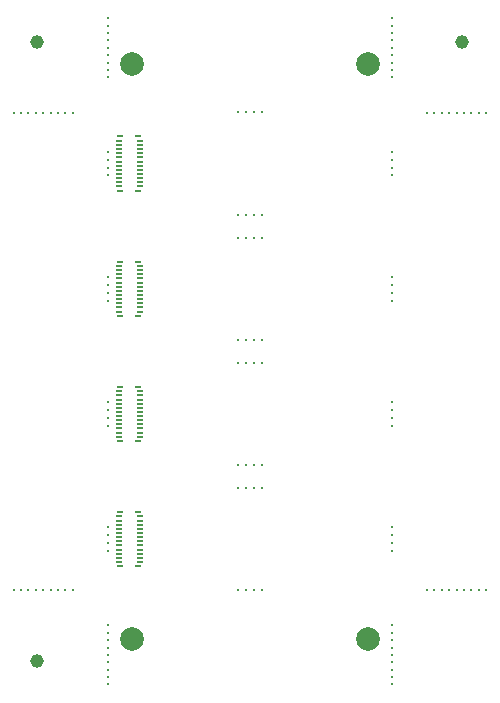
<source format=gbs>
G04 #@! TF.GenerationSoftware,KiCad,Pcbnew,8.0.7*
G04 #@! TF.CreationDate,2025-01-10T19:29:53-05:00*
G04 #@! TF.ProjectId,panel,70616e65-6c2e-46b6-9963-61645f706362,rev?*
G04 #@! TF.SameCoordinates,Original*
G04 #@! TF.FileFunction,Soldermask,Bot*
G04 #@! TF.FilePolarity,Negative*
%FSLAX46Y46*%
G04 Gerber Fmt 4.6, Leading zero omitted, Abs format (unit mm)*
G04 Created by KiCad (PCBNEW 8.0.7) date 2025-01-10 19:29:53*
%MOMM*%
%LPD*%
G01*
G04 APERTURE LIST*
%ADD10C,0.300000*%
%ADD11C,1.152000*%
%ADD12C,2.000000*%
%ADD13R,0.485000X0.180000*%
%ADD14R,0.535000X0.230000*%
G04 APERTURE END LIST*
D10*
G04 #@! TO.C,KiKit_MB_2_2*
X32030000Y-11966667D03*
G04 #@! TD*
G04 #@! TO.C,KiKit_MB_19_9*
X8000000Y-56400000D03*
G04 #@! TD*
G04 #@! TO.C,KiKit_MB_2_1*
X32030000Y-11300000D03*
G04 #@! TD*
G04 #@! TO.C,KiKit_MB_14_4*
X32030000Y-45100000D03*
G04 #@! TD*
G04 #@! TO.C,KiKit_MB_1_4*
X7970000Y-11300000D03*
G04 #@! TD*
G04 #@! TO.C,KiKit_MB_7_4*
X21000000Y-18570000D03*
G04 #@! TD*
G04 #@! TO.C,KiKit_MB_15_3*
X20333333Y-39770000D03*
G04 #@! TD*
G04 #@! TO.C,KiKit_MB_23_4*
X36875000Y-8000000D03*
G04 #@! TD*
G04 #@! TO.C,KiKit_MB_20_4*
X32000000Y-53275000D03*
G04 #@! TD*
G04 #@! TO.C,KiKit_MB_3_2*
X19666667Y-7970000D03*
G04 #@! TD*
G04 #@! TO.C,KiKit_MB_17_4*
X8000000Y-1875000D03*
G04 #@! TD*
G04 #@! TO.C,KiKit_MB_6_4*
X32030000Y-23900000D03*
G04 #@! TD*
G04 #@! TO.C,KiKit_MB_23_1*
X35000000Y-8000000D03*
G04 #@! TD*
G04 #@! TO.C,KiKit_MB_19_7*
X8000000Y-55150000D03*
G04 #@! TD*
G04 #@! TO.C,KiKit_MB_15_2*
X19666667Y-39770000D03*
G04 #@! TD*
G04 #@! TO.C,KiKit_MB_9_2*
X7970000Y-33833333D03*
G04 #@! TD*
G04 #@! TO.C,KiKit_MB_13_3*
X7970000Y-43766666D03*
G04 #@! TD*
D11*
G04 #@! TO.C,KiKit_TO_3*
X2000000Y-54400000D03*
G04 #@! TD*
D10*
G04 #@! TO.C,KiKit_MB_24_5*
X37500000Y-48400000D03*
G04 #@! TD*
G04 #@! TO.C,KiKit_MB_24_3*
X36250000Y-48400000D03*
G04 #@! TD*
G04 #@! TO.C,KiKit_MB_8_1*
X21000000Y-27230000D03*
G04 #@! TD*
G04 #@! TO.C,KiKit_MB_23_6*
X38125000Y-8000000D03*
G04 #@! TD*
G04 #@! TO.C,KiKit_MB_19_1*
X8000000Y-51400000D03*
G04 #@! TD*
G04 #@! TO.C,KiKit_MB_17_2*
X8000000Y-625000D03*
G04 #@! TD*
G04 #@! TO.C,KiKit_MB_17_1*
X8000000Y0D03*
G04 #@! TD*
G04 #@! TO.C,KiKit_MB_21_7*
X3750000Y-8000000D03*
G04 #@! TD*
G04 #@! TO.C,KiKit_MB_22_2*
X625000Y-48400000D03*
G04 #@! TD*
G04 #@! TO.C,KiKit_MB_21_6*
X3125000Y-8000000D03*
G04 #@! TD*
G04 #@! TO.C,KiKit_MB_1_3*
X7970000Y-11966667D03*
G04 #@! TD*
G04 #@! TO.C,KiKit_MB_11_4*
X21000000Y-29170000D03*
G04 #@! TD*
G04 #@! TO.C,KiKit_MB_11_1*
X19000000Y-29170000D03*
G04 #@! TD*
G04 #@! TO.C,KiKit_MB_3_3*
X20333333Y-7970000D03*
G04 #@! TD*
G04 #@! TO.C,KiKit_MB_19_6*
X8000000Y-54525000D03*
G04 #@! TD*
G04 #@! TO.C,KiKit_MB_20_7*
X32000000Y-55150000D03*
G04 #@! TD*
G04 #@! TO.C,KiKit_MB_23_2*
X35625000Y-8000000D03*
G04 #@! TD*
G04 #@! TO.C,KiKit_MB_20_6*
X32000000Y-54525000D03*
G04 #@! TD*
G04 #@! TO.C,KiKit_MB_14_3*
X32030000Y-44433333D03*
G04 #@! TD*
G04 #@! TO.C,KiKit_MB_18_2*
X32000000Y-625000D03*
G04 #@! TD*
G04 #@! TO.C,KiKit_MB_21_5*
X2500000Y-8000000D03*
G04 #@! TD*
G04 #@! TO.C,KiKit_MB_10_2*
X32030000Y-33166666D03*
G04 #@! TD*
G04 #@! TO.C,KiKit_MB_12_3*
X19666667Y-37830000D03*
G04 #@! TD*
G04 #@! TO.C,KiKit_MB_13_2*
X7970000Y-44433333D03*
G04 #@! TD*
G04 #@! TO.C,KiKit_MB_22_3*
X1250000Y-48400000D03*
G04 #@! TD*
G04 #@! TO.C,KiKit_MB_18_5*
X32000000Y-2500000D03*
G04 #@! TD*
G04 #@! TO.C,KiKit_MB_21_2*
X625000Y-8000000D03*
G04 #@! TD*
G04 #@! TO.C,KiKit_MB_19_4*
X8000000Y-53275000D03*
G04 #@! TD*
G04 #@! TO.C,KiKit_MB_4_3*
X19666667Y-16630000D03*
G04 #@! TD*
G04 #@! TO.C,KiKit_MB_22_7*
X3750000Y-48400000D03*
G04 #@! TD*
G04 #@! TO.C,KiKit_MB_22_4*
X1875000Y-48400000D03*
G04 #@! TD*
G04 #@! TO.C,KiKit_MB_17_6*
X8000000Y-3125000D03*
G04 #@! TD*
G04 #@! TO.C,KiKit_MB_24_2*
X35625000Y-48400000D03*
G04 #@! TD*
G04 #@! TO.C,KiKit_MB_24_6*
X38125000Y-48400000D03*
G04 #@! TD*
G04 #@! TO.C,KiKit_MB_19_5*
X8000000Y-53900000D03*
G04 #@! TD*
G04 #@! TO.C,KiKit_MB_1_2*
X7970000Y-12633333D03*
G04 #@! TD*
G04 #@! TO.C,KiKit_MB_13_1*
X7970000Y-45100000D03*
G04 #@! TD*
G04 #@! TO.C,KiKit_MB_16_1*
X21000000Y-48430000D03*
G04 #@! TD*
G04 #@! TO.C,KiKit_MB_24_8*
X39375000Y-48400000D03*
G04 #@! TD*
G04 #@! TO.C,KiKit_MB_10_4*
X32030000Y-34500000D03*
G04 #@! TD*
G04 #@! TO.C,KiKit_MB_14_1*
X32030000Y-43100000D03*
G04 #@! TD*
G04 #@! TO.C,KiKit_MB_15_1*
X19000000Y-39770000D03*
G04 #@! TD*
G04 #@! TO.C,KiKit_MB_1_1*
X7970000Y-13300000D03*
G04 #@! TD*
G04 #@! TO.C,KiKit_MB_7_2*
X19666667Y-18570000D03*
G04 #@! TD*
G04 #@! TO.C,KiKit_MB_10_3*
X32030000Y-33833333D03*
G04 #@! TD*
G04 #@! TO.C,KiKit_MB_12_1*
X21000000Y-37830000D03*
G04 #@! TD*
G04 #@! TO.C,KiKit_MB_4_1*
X21000000Y-16630000D03*
G04 #@! TD*
G04 #@! TO.C,KiKit_MB_17_3*
X8000000Y-1250000D03*
G04 #@! TD*
G04 #@! TO.C,KiKit_MB_9_3*
X7970000Y-33166666D03*
G04 #@! TD*
G04 #@! TO.C,KiKit_MB_24_7*
X38750000Y-48400000D03*
G04 #@! TD*
G04 #@! TO.C,KiKit_MB_22_9*
X5000000Y-48400000D03*
G04 #@! TD*
G04 #@! TO.C,KiKit_MB_23_5*
X37500000Y-8000000D03*
G04 #@! TD*
G04 #@! TO.C,KiKit_MB_20_5*
X32000000Y-53900000D03*
G04 #@! TD*
G04 #@! TO.C,KiKit_MB_13_4*
X7970000Y-43100000D03*
G04 #@! TD*
G04 #@! TO.C,KiKit_MB_22_5*
X2500000Y-48400000D03*
G04 #@! TD*
G04 #@! TO.C,KiKit_MB_8_4*
X19000000Y-27230000D03*
G04 #@! TD*
G04 #@! TO.C,KiKit_MB_23_7*
X38750000Y-8000000D03*
G04 #@! TD*
G04 #@! TO.C,KiKit_MB_17_9*
X8000000Y-5000000D03*
G04 #@! TD*
G04 #@! TO.C,KiKit_MB_24_9*
X40000000Y-48400000D03*
G04 #@! TD*
G04 #@! TO.C,KiKit_MB_11_3*
X20333333Y-29170000D03*
G04 #@! TD*
G04 #@! TO.C,KiKit_MB_23_3*
X36250000Y-8000000D03*
G04 #@! TD*
G04 #@! TO.C,KiKit_MB_18_9*
X32000000Y-5000000D03*
G04 #@! TD*
G04 #@! TO.C,KiKit_MB_5_1*
X7970000Y-23900000D03*
G04 #@! TD*
G04 #@! TO.C,KiKit_MB_6_3*
X32030000Y-23233333D03*
G04 #@! TD*
D11*
G04 #@! TO.C,KiKit_TO_2*
X38000000Y-2000000D03*
G04 #@! TD*
D10*
G04 #@! TO.C,KiKit_MB_21_3*
X1250000Y-8000000D03*
G04 #@! TD*
G04 #@! TO.C,KiKit_MB_20_9*
X32000000Y-56400000D03*
G04 #@! TD*
G04 #@! TO.C,KiKit_MB_18_3*
X32000000Y-1250000D03*
G04 #@! TD*
G04 #@! TO.C,KiKit_MB_17_7*
X8000000Y-3750000D03*
G04 #@! TD*
G04 #@! TO.C,KiKit_MB_3_4*
X21000000Y-7970000D03*
G04 #@! TD*
G04 #@! TO.C,KiKit_MB_4_2*
X20333333Y-16630000D03*
G04 #@! TD*
G04 #@! TO.C,KiKit_MB_24_1*
X35000000Y-48400000D03*
G04 #@! TD*
G04 #@! TO.C,KiKit_MB_23_8*
X39375000Y-8000000D03*
G04 #@! TD*
G04 #@! TO.C,KiKit_MB_18_4*
X32000000Y-1875000D03*
G04 #@! TD*
G04 #@! TO.C,KiKit_MB_8_2*
X20333333Y-27230000D03*
G04 #@! TD*
G04 #@! TO.C,KiKit_MB_18_6*
X32000000Y-3125000D03*
G04 #@! TD*
G04 #@! TO.C,KiKit_MB_7_1*
X19000000Y-18570000D03*
G04 #@! TD*
G04 #@! TO.C,KiKit_MB_12_4*
X19000000Y-37830000D03*
G04 #@! TD*
G04 #@! TO.C,KiKit_MB_6_2*
X32030000Y-22566666D03*
G04 #@! TD*
G04 #@! TO.C,KiKit_MB_5_4*
X7970000Y-21900000D03*
G04 #@! TD*
G04 #@! TO.C,KiKit_MB_20_2*
X32000000Y-52025000D03*
G04 #@! TD*
G04 #@! TO.C,KiKit_MB_5_3*
X7970000Y-22566666D03*
G04 #@! TD*
D11*
G04 #@! TO.C,KiKit_TO_1*
X2000000Y-2000000D03*
G04 #@! TD*
D10*
G04 #@! TO.C,KiKit_MB_16_4*
X19000000Y-48430000D03*
G04 #@! TD*
G04 #@! TO.C,KiKit_MB_21_8*
X4375000Y-8000000D03*
G04 #@! TD*
G04 #@! TO.C,KiKit_MB_20_1*
X32000000Y-51400000D03*
G04 #@! TD*
G04 #@! TO.C,KiKit_MB_18_1*
X32000000Y0D03*
G04 #@! TD*
G04 #@! TO.C,KiKit_MB_2_4*
X32030000Y-13300000D03*
G04 #@! TD*
G04 #@! TO.C,KiKit_MB_10_1*
X32030000Y-32500000D03*
G04 #@! TD*
G04 #@! TO.C,KiKit_MB_20_3*
X32000000Y-52650000D03*
G04 #@! TD*
G04 #@! TO.C,KiKit_MB_2_3*
X32030000Y-12633333D03*
G04 #@! TD*
G04 #@! TO.C,KiKit_MB_16_3*
X19666667Y-48430000D03*
G04 #@! TD*
G04 #@! TO.C,KiKit_MB_7_3*
X20333333Y-18570000D03*
G04 #@! TD*
G04 #@! TO.C,KiKit_MB_19_8*
X8000000Y-55775000D03*
G04 #@! TD*
G04 #@! TO.C,KiKit_MB_17_5*
X8000000Y-2500000D03*
G04 #@! TD*
G04 #@! TO.C,KiKit_MB_9_1*
X7970000Y-34500000D03*
G04 #@! TD*
G04 #@! TO.C,KiKit_MB_4_4*
X19000000Y-16630000D03*
G04 #@! TD*
G04 #@! TO.C,KiKit_MB_14_2*
X32030000Y-43766666D03*
G04 #@! TD*
G04 #@! TO.C,KiKit_MB_20_8*
X32000000Y-55775000D03*
G04 #@! TD*
G04 #@! TO.C,KiKit_MB_24_4*
X36875000Y-48400000D03*
G04 #@! TD*
G04 #@! TO.C,KiKit_MB_21_9*
X5000000Y-8000000D03*
G04 #@! TD*
G04 #@! TO.C,KiKit_MB_3_1*
X19000000Y-7970000D03*
G04 #@! TD*
G04 #@! TO.C,KiKit_MB_17_8*
X8000000Y-4375000D03*
G04 #@! TD*
G04 #@! TO.C,KiKit_MB_16_2*
X20333333Y-48430000D03*
G04 #@! TD*
G04 #@! TO.C,KiKit_MB_6_1*
X32030000Y-21900000D03*
G04 #@! TD*
G04 #@! TO.C,KiKit_MB_15_4*
X21000000Y-39770000D03*
G04 #@! TD*
G04 #@! TO.C,KiKit_MB_21_1*
X0Y-8000000D03*
G04 #@! TD*
G04 #@! TO.C,KiKit_MB_19_2*
X8000000Y-52025000D03*
G04 #@! TD*
G04 #@! TO.C,KiKit_MB_5_2*
X7970000Y-23233333D03*
G04 #@! TD*
G04 #@! TO.C,KiKit_MB_8_3*
X19666667Y-27230000D03*
G04 #@! TD*
G04 #@! TO.C,KiKit_MB_23_9*
X40000000Y-8000000D03*
G04 #@! TD*
G04 #@! TO.C,KiKit_MB_18_7*
X32000000Y-3750000D03*
G04 #@! TD*
G04 #@! TO.C,KiKit_MB_22_8*
X4375000Y-48400000D03*
G04 #@! TD*
G04 #@! TO.C,KiKit_MB_19_3*
X8000000Y-52650000D03*
G04 #@! TD*
G04 #@! TO.C,KiKit_MB_9_4*
X7970000Y-32500000D03*
G04 #@! TD*
G04 #@! TO.C,KiKit_MB_21_4*
X1875000Y-8000000D03*
G04 #@! TD*
G04 #@! TO.C,KiKit_MB_11_2*
X19666667Y-29170000D03*
G04 #@! TD*
G04 #@! TO.C,KiKit_MB_22_6*
X3125000Y-48400000D03*
G04 #@! TD*
G04 #@! TO.C,KiKit_MB_18_8*
X32000000Y-4375000D03*
G04 #@! TD*
G04 #@! TO.C,KiKit_MB_12_2*
X20333333Y-37830000D03*
G04 #@! TD*
G04 #@! TO.C,KiKit_MB_22_1*
X0Y-48400000D03*
G04 #@! TD*
D12*
G04 #@! TO.C,KiKit_FID_B_3*
X10000000Y-52550000D03*
G04 #@! TD*
D13*
G04 #@! TO.C,J1*
X10707000Y-35425000D03*
X10707000Y-35075000D03*
X10707000Y-34725000D03*
X10707000Y-34375000D03*
X10707000Y-34025000D03*
X10707000Y-33675000D03*
X10707000Y-33325000D03*
X10707000Y-32975000D03*
X10707000Y-32625000D03*
X10707000Y-32275000D03*
X10707000Y-31925000D03*
X10707000Y-31575000D03*
X8892000Y-31575000D03*
X8892000Y-31925000D03*
X8892000Y-32275000D03*
X8892000Y-32625000D03*
X8892000Y-32975000D03*
X8892000Y-33325000D03*
X8892000Y-33675000D03*
X8892000Y-34025000D03*
X8892000Y-34375000D03*
X8892000Y-34725000D03*
X8892000Y-35075000D03*
X8892000Y-35425000D03*
D14*
X10568000Y-35800000D03*
X9032000Y-35800000D03*
X10568000Y-31200000D03*
X9032000Y-31200000D03*
G04 #@! TD*
D13*
G04 #@! TO.C,J1*
X10707000Y-46025000D03*
X10707000Y-45675000D03*
X10707000Y-45325000D03*
X10707000Y-44975000D03*
X10707000Y-44625000D03*
X10707000Y-44275000D03*
X10707000Y-43925000D03*
X10707000Y-43575000D03*
X10707000Y-43225000D03*
X10707000Y-42875000D03*
X10707000Y-42525000D03*
X10707000Y-42175000D03*
X8892000Y-42175000D03*
X8892000Y-42525000D03*
X8892000Y-42875000D03*
X8892000Y-43225000D03*
X8892000Y-43575000D03*
X8892000Y-43925000D03*
X8892000Y-44275000D03*
X8892000Y-44625000D03*
X8892000Y-44975000D03*
X8892000Y-45325000D03*
X8892000Y-45675000D03*
X8892000Y-46025000D03*
D14*
X10568000Y-46400000D03*
X9032000Y-46400000D03*
X10568000Y-41800000D03*
X9032000Y-41800000D03*
G04 #@! TD*
D13*
G04 #@! TO.C,J1*
X10707000Y-14225000D03*
X10707000Y-13875000D03*
X10707000Y-13525000D03*
X10707000Y-13175000D03*
X10707000Y-12825000D03*
X10707000Y-12475000D03*
X10707000Y-12125000D03*
X10707000Y-11775000D03*
X10707000Y-11425000D03*
X10707000Y-11075000D03*
X10707000Y-10725000D03*
X10707000Y-10375000D03*
X8892000Y-10375000D03*
X8892000Y-10725000D03*
X8892000Y-11075000D03*
X8892000Y-11425000D03*
X8892000Y-11775000D03*
X8892000Y-12125000D03*
X8892000Y-12475000D03*
X8892000Y-12825000D03*
X8892000Y-13175000D03*
X8892000Y-13525000D03*
X8892000Y-13875000D03*
X8892000Y-14225000D03*
D14*
X10568000Y-14600000D03*
X9032000Y-14600000D03*
X10568000Y-10000000D03*
X9032000Y-10000000D03*
G04 #@! TD*
D12*
G04 #@! TO.C,KiKit_FID_B_2*
X30000000Y-3850000D03*
G04 #@! TD*
D13*
G04 #@! TO.C,J1*
X10707000Y-24825000D03*
X10707000Y-24475000D03*
X10707000Y-24125000D03*
X10707000Y-23775000D03*
X10707000Y-23425000D03*
X10707000Y-23075000D03*
X10707000Y-22725000D03*
X10707000Y-22375000D03*
X10707000Y-22025000D03*
X10707000Y-21675000D03*
X10707000Y-21325000D03*
X10707000Y-20975000D03*
X8892000Y-20975000D03*
X8892000Y-21325000D03*
X8892000Y-21675000D03*
X8892000Y-22025000D03*
X8892000Y-22375000D03*
X8892000Y-22725000D03*
X8892000Y-23075000D03*
X8892000Y-23425000D03*
X8892000Y-23775000D03*
X8892000Y-24125000D03*
X8892000Y-24475000D03*
X8892000Y-24825000D03*
D14*
X10568000Y-25200000D03*
X9032000Y-25200000D03*
X10568000Y-20600000D03*
X9032000Y-20600000D03*
G04 #@! TD*
D12*
G04 #@! TO.C,KiKit_FID_B_4*
X30000000Y-52550000D03*
G04 #@! TD*
G04 #@! TO.C,KiKit_FID_B_1*
X10000000Y-3850000D03*
G04 #@! TD*
M02*

</source>
